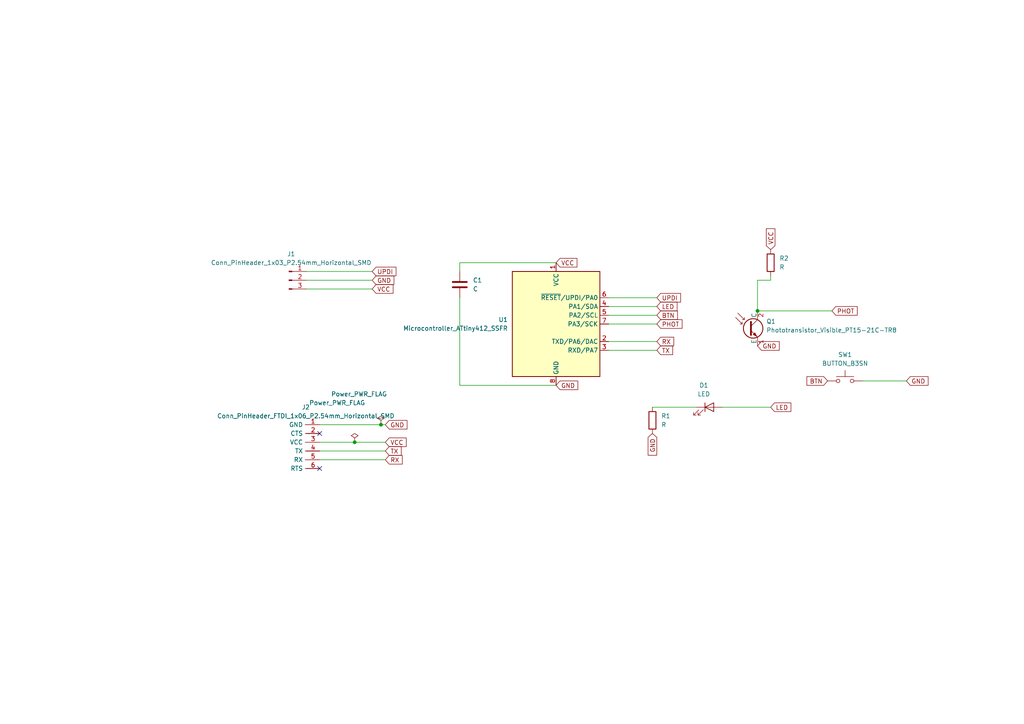
<source format=kicad_sch>
(kicad_sch (version 20211123) (generator eeschema)
  (paper "A4")
  (lib_symbols
    (symbol "fab:BUTTON_B3SN" (pin_numbers hide) (pin_names (offset 1.016) hide)
      (property "Reference" "SW" (at 1.27 2.54 0))
      (property "Value" "BUTTON_B3SN" (at 0 -1.524 0))
      (symbol "BUTTON_B3SN_0_1"
        (circle (center -2.032 0) (radius 0.508))
        (polyline (pts (xy 0 1.27) (xy 0 3.048)))
        (polyline (pts (xy 2.54 1.27) (xy -2.54 1.27)))
        (circle (center 2.032 0) (radius 0.508))
        (pin passive line (at -5.08 0 0) (length 2.54) (name "1") (number "1"))
        (pin passive line (at 5.08 0 180) (length 2.54) (name "2") (number "2"))
      )
    )
    (symbol "fab:C" (pin_numbers hide) (pin_names (offset 0.254))
      (property "Reference" "C" (at 0.635 2.54 0))
      (property "Value" "C" (at 0.635 -2.54 0))
      (symbol "C_0_1"
        (polyline (pts (xy -2.032 -0.762) (xy 2.032 -0.762)) (stroke (width 0.508)))
        (polyline (pts (xy -2.032 0.762) (xy 2.032 0.762)) (stroke (width 0.508)))
      )
      (symbol "C_1_1"
        (pin passive line (at 0 3.81 270) (length 2.794) (name "~") (number "1"))
        (pin passive line (at 0 -3.81 90) (length 2.794) (name "~") (number "2"))
      )
    )
    (symbol "fab:Conn_PinHeader_1x03_P2.54mm_Horizontal_SMD" (pin_names (offset 1.016) hide)
      (property "Reference" "J" (at 0 5.08 0))
      (property "Value" "Conn_PinHeader_1x03_P2.54mm_Horizontal_SMD" (at 0 -5.08 0))
      (symbol "Conn_PinHeader_1x03_P2.54mm_Horizontal_SMD_1_1"
        (polyline (pts (xy 1.27 -2.54) (xy 0.8636 -2.54)) (stroke (width 0.1524)))
        (polyline (pts (xy 1.27 0) (xy 0.8636 0)) (stroke (width 0.1524)))
        (polyline (pts (xy 1.27 2.54) (xy 0.8636 2.54)) (stroke (width 0.1524)))
        (rectangle (start 0.8636 -2.413) (end 0 -2.667) (stroke (width 0.1524)) (fill (type outline)))
        (rectangle (start 0.8636 0.127) (end 0 -0.127) (stroke (width 0.1524)) (fill (type outline)))
        (rectangle (start 0.8636 2.667) (end 0 2.413) (stroke (width 0.1524)) (fill (type outline)))
        (pin passive line (at 5.08 2.54 180) (length 3.81) (name "Pin_1") (number "1"))
        (pin passive line (at 5.08 0 180) (length 3.81) (name "Pin_2") (number "2"))
        (pin passive line (at 5.08 -2.54 180) (length 3.81) (name "Pin_3") (number "3"))
      )
    )
    (symbol "fab:Conn_PinHeader_FTDI_1x06_P2.54mm_Horizontal_SMD" (pin_names (offset 1.016))
      (property "Reference" "J" (at 0 7.62 0))
      (property "Value" "Conn_PinHeader_FTDI_1x06_P2.54mm_Horizontal_SMD" (at 0 -10.16 0))
      (symbol "Conn_PinHeader_FTDI_1x06_P2.54mm_Horizontal_SMD_1_1"
        (polyline (pts (xy 1.27 -7.62) (xy 0.8636 -7.62)) (stroke (width 0.1524)))
        (polyline (pts (xy 1.27 -5.08) (xy 0.8636 -5.08)) (stroke (width 0.1524)))
        (polyline (pts (xy 1.27 -2.54) (xy 0.8636 -2.54)) (stroke (width 0.1524)))
        (polyline (pts (xy 1.27 0) (xy 0.8636 0)) (stroke (width 0.1524)))
        (polyline (pts (xy 1.27 2.54) (xy 0.8636 2.54)) (stroke (width 0.1524)))
        (polyline (pts (xy 1.27 5.08) (xy 0.8636 5.08)) (stroke (width 0.1524)))
        (pin passive line (at 5.08 5.08 180) (length 3.81) (name "GND") (number "1"))
        (pin passive line (at 5.08 2.54 180) (length 3.81) (name "CTS") (number "2"))
        (pin passive line (at 5.08 0 180) (length 3.81) (name "VCC") (number "3"))
        (pin passive line (at 5.08 -2.54 180) (length 3.81) (name "TX") (number "4"))
        (pin passive line (at 5.08 -5.08 180) (length 3.81) (name "RX") (number "5"))
        (pin passive line (at 5.08 -7.62 180) (length 3.81) (name "RTS") (number "6"))
      )
    )
    (symbol "fab:LED" (pin_numbers hide) (pin_names (offset 1.016) hide)
      (property "Reference" "D" (at 0 2.54 0))
      (property "Value" "LED" (at 0 -2.54 0))
      (symbol "LED_0_1"
        (polyline (pts (xy -1.27 -1.27) (xy -1.27 1.27)) (stroke (width 0.2032)))
        (polyline (pts (xy -1.27 0) (xy 1.27 0)))
        (polyline (pts (xy 1.27 -1.27) (xy 1.27 1.27) (xy -1.27 0) (xy 1.27 -1.27)) (stroke (width 0.2032)))
        (polyline (pts (xy -3.048 -0.762) (xy -4.572 -2.286) (xy -3.81 -2.286) (xy -4.572 -2.286) (xy -4.572 -1.524)))
        (polyline (pts (xy -1.778 -0.762) (xy -3.302 -2.286) (xy -2.54 -2.286) (xy -3.302 -2.286) (xy -3.302 -1.524)))
      )
      (symbol "LED_1_1"
        (pin passive line (at -3.81 0 0) (length 2.54) (name "K") (number "1"))
        (pin passive line (at 3.81 0 180) (length 2.54) (name "A") (number "2"))
      )
    )
    (symbol "fab:Microcontroller_ATtiny412_SSFR"
      (property "Reference" "U" (at -12.7 17.78 0))
      (property "Value" "Microcontroller_ATtiny412_SSFR" (at 2.54 17.78 0))
      (symbol "Microcontroller_ATtiny412_SSFR_0_1"
        (rectangle (start -12.7 -15.24) (end 12.7 15.24) (stroke (width 0.254)) (fill (type background)))
      )
      (symbol "Microcontroller_ATtiny412_SSFR_1_1"
        (pin power_in line (at 0 17.78 270) (length 2.54) (name "VCC") (number "1"))
        (pin bidirectional line (at 15.24 -5.08 180) (length 2.54) (name "TXD/PA6/DAC") (number "2"))
        (pin bidirectional line (at 15.24 -7.62 180) (length 2.54) (name "RXD/PA7") (number "3"))
        (pin bidirectional line (at 15.24 5.08 180) (length 2.54) (name "PA1/SDA") (number "4"))
        (pin bidirectional line (at 15.24 2.54 180) (length 2.54) (name "PA2/SCL") (number "5"))
        (pin bidirectional line (at 15.24 7.62 180) (length 2.54) (name "~{RESET}/UPDI/PA0") (number "6"))
        (pin bidirectional line (at 15.24 0 180) (length 2.54) (name "PA3/SCK") (number "7"))
        (pin power_in line (at 0 -17.78 90) (length 2.54) (name "GND") (number "8"))
      )
    )
    (symbol "fab:Phototransistor_Visible_PT15-21C-TR8" (pin_names (offset 0))
      (property "Reference" "Q" (at 5.08 1.27 0))
      (property "Value" "Phototransistor_Visible_PT15-21C-TR8" (at 5.08 -1.27 0))
      (symbol "Phototransistor_Visible_PT15-21C-TR8_0_1"
        (polyline (pts (xy -1.905 1.27) (xy -2.54 1.27)))
        (polyline (pts (xy -1.27 2.54) (xy -1.905 2.54)))
        (polyline (pts (xy 0.635 0.635) (xy 2.54 2.54)))
        (polyline (pts (xy -3.81 3.175) (xy -1.905 1.27) (xy -1.905 1.905)))
        (polyline (pts (xy -3.175 4.445) (xy -1.27 2.54) (xy -1.27 3.175)))
        (polyline (pts (xy 0.635 -0.635) (xy 2.54 -2.54) (xy 2.54 -2.54)))
        (polyline (pts (xy 0.635 1.905) (xy 0.635 -1.905) (xy 0.635 -1.905)) (stroke (width 0.508)))
        (polyline (pts (xy 1.27 -1.778) (xy 1.778 -1.27) (xy 2.286 -2.286) (xy 1.27 -1.778) (xy 1.27 -1.778)) (fill (type outline)))
        (circle (center 1.27 0) (radius 2.8194) (stroke (width 0.254)))
      )
      (symbol "Phototransistor_Visible_PT15-21C-TR8_1_1"
        (pin passive line (at 2.54 -5.08 90) (length 2.54) (name "E") (number "1"))
        (pin passive line (at 2.54 5.08 270) (length 2.54) (name "C") (number "2"))
      )
    )
    (symbol "fab:Power_PWR_FLAG" (power) (pin_numbers hide) (pin_names (offset 0) hide)
      (property "Value" "Power_PWR_FLAG" (at 0 3.81 0))
      (symbol "Power_PWR_FLAG_0_0"
        (pin power_out line (at 0 0 90) (length 0) (name "pwr") (number "1"))
      )
      (symbol "Power_PWR_FLAG_0_1"
        (polyline (pts (xy 0 0) (xy 0 1.27) (xy -1.016 1.905) (xy 0 2.54) (xy 1.016 1.905) (xy 0 1.27)))
      )
    )
    (symbol "fab:R" (pin_numbers hide) (pin_names (offset 0))
      (property "Reference" "R" (at 2.032 0 90))
      (property "Value" "R" (at 0 0 90))
      (symbol "R_0_1"
        (rectangle (start -1.016 -2.54) (end 1.016 2.54) (stroke (width 0.254)))
      )
      (symbol "R_1_1"
        (pin passive line (at 0 3.81 270) (length 1.27) (name "~") (number "1"))
        (pin passive line (at 0 -3.81 90) (length 1.27) (name "~") (number "2"))
      )
    )
  )
  (junction (at 102.87 128.27))
  (junction (at 110.49 123.19))
  (junction (at 219.71 90.17))
  (no_connect (at 92.71 125.73))
  (no_connect (at 92.71 135.89))
  (wire (pts (xy 92.71 123.19) (xy 110.49 123.19)))
  (wire (pts (xy 102.87 128.27) (xy 111.76 128.27)))
  (wire (pts (xy 219.71 81.28) (xy 223.52 81.28)))
  (wire (pts (xy 92.71 128.27) (xy 102.87 128.27)))
  (wire (pts (xy 223.52 80.01) (xy 223.52 81.28)))
  (wire (pts (xy 133.35 111.76) (xy 161.29 111.76)))
  (wire (pts (xy 176.53 93.98) (xy 190.5 93.98)))
  (wire (pts (xy 92.71 130.81) (xy 111.76 130.81)))
  (wire (pts (xy 110.49 123.19) (xy 111.76 123.19)))
  (wire (pts (xy 92.71 133.35) (xy 111.76 133.35)))
  (wire (pts (xy 88.9 83.82) (xy 107.95 83.82)))
  (wire (pts (xy 176.53 88.9) (xy 190.5 88.9)))
  (wire (pts (xy 133.35 78.74) (xy 133.35 76.2)))
  (wire (pts (xy 133.35 86.36) (xy 133.35 111.76)))
  (wire (pts (xy 209.55 118.11) (xy 223.52 118.11)))
  (wire (pts (xy 88.9 78.74) (xy 107.95 78.74)))
  (wire (pts (xy 176.53 91.44) (xy 190.5 91.44)))
  (wire (pts (xy 88.9 81.28) (xy 107.95 81.28)))
  (wire (pts (xy 176.53 99.06) (xy 190.5 99.06)))
  (wire (pts (xy 176.53 86.36) (xy 190.5 86.36)))
  (wire (pts (xy 250.19 110.49) (xy 262.89 110.49)))
  (wire (pts (xy 219.71 90.17) (xy 241.3 90.17)))
  (wire (pts (xy 133.35 76.2) (xy 161.29 76.2)))
  (wire (pts (xy 219.71 90.17) (xy 219.71 81.28)))
  (wire (pts (xy 176.53 101.6) (xy 190.5 101.6)))
  (wire (pts (xy 189.23 118.11) (xy 201.93 118.11)))
  (global_label "GND" (shape input) (at 107.95 81.28 0) (property "Intersheet References" "${INTERSHEET_REFS}" (effects hide)))
  (global_label "LED" (shape input) (at 190.5 88.9 0) (property "Intersheet References" "${INTERSHEET_REFS}" (effects hide)))
  (global_label "GND" (shape input) (at 219.71 100.33 0) (property "Intersheet References" "${INTERSHEET_REFS}" (effects hide)))
  (global_label "BTN" (shape input) (at 240.03 110.49 180) (property "Intersheet References" "${INTERSHEET_REFS}" (effects hide)))
  (global_label "GND" (shape input) (at 111.76 123.19 0) (property "Intersheet References" "${INTERSHEET_REFS}" (effects hide)))
  (global_label "UPDI" (shape input) (at 107.95 78.74 0) (property "Intersheet References" "${INTERSHEET_REFS}" (effects hide)))
  (global_label "PHOT" (shape input) (at 190.5 93.98 0) (property "Intersheet References" "${INTERSHEET_REFS}" (effects hide)))
  (global_label "TX" (shape input) (at 190.5 101.6 0) (property "Intersheet References" "${INTERSHEET_REFS}" (effects hide)))
  (global_label "RX" (shape input) (at 190.5 99.06 0) (property "Intersheet References" "${INTERSHEET_REFS}" (effects hide)))
  (global_label "RX" (shape input) (at 111.76 133.35 0) (property "Intersheet References" "${INTERSHEET_REFS}" (effects hide)))
  (global_label "LED" (shape input) (at 223.52 118.11 0) (property "Intersheet References" "${INTERSHEET_REFS}" (effects hide)))
  (global_label "UPDI" (shape input) (at 190.5 86.36 0) (property "Intersheet References" "${INTERSHEET_REFS}" (effects hide)))
  (global_label "VCC" (shape input) (at 223.52 72.39 90) (property "Intersheet References" "${INTERSHEET_REFS}" (effects hide)))
  (global_label "PHOT" (shape input) (at 241.3 90.17 0) (property "Intersheet References" "${INTERSHEET_REFS}" (effects hide)))
  (global_label "VCC" (shape input) (at 107.95 83.82 0) (property "Intersheet References" "${INTERSHEET_REFS}" (effects hide)))
  (global_label "VCC" (shape input) (at 161.29 76.2 0) (property "Intersheet References" "${INTERSHEET_REFS}" (effects hide)))
  (global_label "VCC" (shape input) (at 111.76 128.27 0) (property "Intersheet References" "${INTERSHEET_REFS}" (effects hide)))
  (global_label "GND" (shape input) (at 262.89 110.49 0) (property "Intersheet References" "${INTERSHEET_REFS}" (effects hide)))
  (global_label "GND" (shape input) (at 161.29 111.76 0) (property "Intersheet References" "${INTERSHEET_REFS}" (effects hide)))
  (global_label "GND" (shape input) (at 189.23 125.73 270) (property "Intersheet References" "${INTERSHEET_REFS}" (effects hide)))
  (global_label "TX" (shape input) (at 111.76 130.81 0) (property "Intersheet References" "${INTERSHEET_REFS}" (effects hide)))
  (global_label "BTN" (shape input) (at 190.5 91.44 0) (property "Intersheet References" "${INTERSHEET_REFS}" (effects hide)))
  (symbol (lib_id "fab:Conn_PinHeader_FTDI_1x06_P2.54mm_Horizontal_SMD") (at 87.63 128.27 0) (unit 1)
    (property "Reference" "J2" (at 88.6968 118.11 0))
    (property "Value" "Conn_PinHeader_FTDI_1x06_P2.54mm_Horizontal_SMD" (at 88.6968 120.65 0))
    (property "Footprint" "fab:PinHeader_FTDI_01x06_P2.54mm_Horizontal_SMD" (effects hide))
  )
  (symbol (lib_id "fab:Conn_PinHeader_1x03_P2.54mm_Horizontal_SMD") (at 83.82 81.28 0) (unit 1)
    (property "Reference" "J1" (at 84.455 73.66 0))
    (property "Value" "Conn_PinHeader_1x03_P2.54mm_Horizontal_SMD" (at 84.455 76.2 0))
    (property "Footprint" "fab:PinHeader_1x03_P2.54mm_Horizontal_SMD" (effects hide))
  )
  (symbol (lib_id "fab:Microcontroller_ATtiny412_SSFR") (at 161.29 93.98 0) (unit 1)
    (property "Reference" "U1" (at 147.32 92.7099 0) (effects (justify right)))
    (property "Value" "Microcontroller_ATtiny412_SSFR" (at 147.32 95.2499 0) (effects (justify right)))
    (property "Footprint" "fab:SOIC-8_3.9x4.9mm_P1.27mm" (effects hide))
    (property "Datasheet" "http://ww1.microchip.com/downloads/en/DeviceDoc/40001911A.pdf" (effects hide))
  )
  (symbol (lib_id "fab:Power_PWR_FLAG") (at 102.87 128.27 0) (unit 1)
    (property "Reference" "#FLG0102" (effects hide))
    (property "Value" "Power_PWR_FLAG" (at 97.79 116.84 0))
  )
  (symbol (lib_id "fab:Power_PWR_FLAG") (at 110.49 123.19 0) (unit 1)
    (property "Reference" "#FLG0101" (effects hide))
    (property "Value" "Power_PWR_FLAG" (at 104.14 114.3 0))
  )
  (symbol (lib_id "fab:R") (at 189.23 121.92 0) (unit 1)
    (property "Reference" "R1" (at 191.77 120.6499 0) (effects (justify left)))
    (property "Value" "R" (at 191.77 123.1899 0) (effects (justify left)))
    (property "Footprint" "fab:R_1206" (effects hide))
  )
  (symbol (lib_id "fab:Phototransistor_Visible_PT15-21C-TR8") (at 217.17 95.25 0) (unit 1)
    (property "Reference" "Q1" (at 222.25 93.2306 0) (effects (justify left)))
    (property "Value" "Phototransistor_Visible_PT15-21C-TR8" (at 222.25 95.7706 0) (effects (justify left)))
    (property "Footprint" "fab:Q_1206" (effects hide))
    (property "Datasheet" "https://www.everlight.com/file/ProductFile/PT15-21C-TR8.pdf" (effects hide))
  )
  (symbol (lib_id "fab:R") (at 223.52 76.2 0) (unit 1)
    (property "Reference" "R2" (at 226.06 74.9299 0) (effects (justify left)))
    (property "Value" "R" (at 226.06 77.4699 0) (effects (justify left)))
    (property "Footprint" "fab:R_1206" (effects hide))
  )
  (symbol (lib_id "fab:BUTTON_B3SN") (at 245.11 110.49 0) (unit 1)
    (property "Reference" "SW1" (at 245.11 102.87 0))
    (property "Value" "BUTTON_B3SN" (at 245.11 105.41 0))
    (property "Footprint" "fab:Button_Omron_B3SN_6x6mm" (effects hide))
    (property "Datasheet" "https://omronfs.omron.com/en_US/ecb/products/pdf/en-b3sn.pdf" (effects hide))
  )
  (symbol (lib_id "fab:C") (at 133.35 82.55 0) (unit 1)
    (property "Reference" "C1" (at 137.16 81.2799 0) (effects (justify left)))
    (property "Value" "C" (at 137.16 83.8199 0) (effects (justify left)))
    (property "Footprint" "fab:C_1206" (effects hide))
  )
  (symbol (lib_id "fab:LED") (at 205.74 118.11 0) (unit 1)
    (property "Reference" "D1" (at 204.1398 111.76 0))
    (property "Value" "LED" (at 204.1398 114.3 0))
    (property "Footprint" "fab:LED_1206" (effects hide))
    (property "Datasheet" "https://optoelectronics.liteon.com/upload/download/DS-22-98-0002/LTST-C150CKT.pdf" (effects hide))
  )
)
</source>
